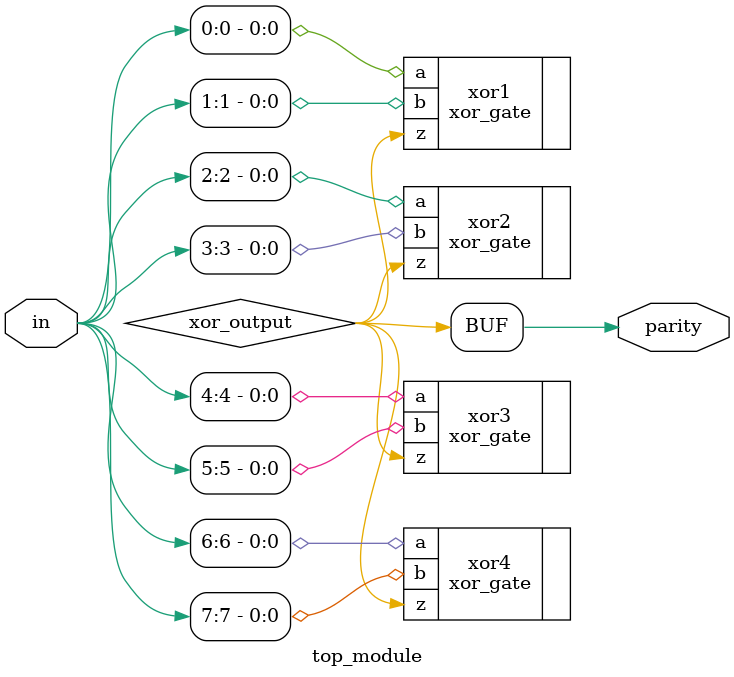
<source format=sv>
module top_module (
    input [7:0] in,
    output parity
);

// Create a wire to store the XOR of all 8 data bits
wire xor_output;

// XOR gate to compute the parity bit
xor_gate xor1(
    .a(in[0]),
    .b(in[1]),
    .z(xor_output)
);
xor_gate xor2(
    .a(in[2]),
    .b(in[3]),
    .z(xor_output)
);
xor_gate xor3(
    .a(in[4]),
    .b(in[5]),
    .z(xor_output)
);
xor_gate xor4(
    .a(in[6]),
    .b(in[7]),
    .z(xor_output)
);

// Assign the output of the XOR gate to the parity output
assign parity = xor_output;

endmodule

</source>
